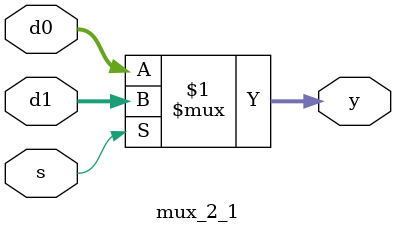
<source format=v>
module mux_2_1 (
	input        s,
	input  [2:0] d0,
	input  [2:0] d1,
	output [2:0] y
);

// always @(*) begin
	// if (s)
		// y = d1;
	// else
		// y = d0;
// end
// 
// always @(*) begin
	// case (s)
		// 0: y = d0; 
		// 1: y = d1;
		// default: y = 3'bxxx;
	// endcase
// end

assign y = s ? d1 : d0;

endmodule

</source>
